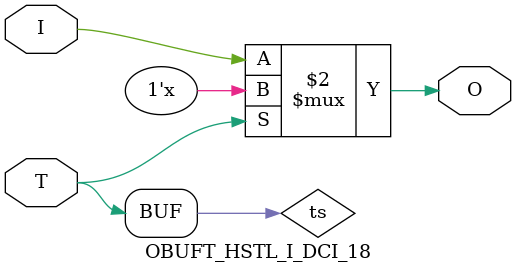
<source format=v>

/*

FUNCTION    : TRI-STATE OUTPUT BUFFER

*/

`celldefine
`timescale  100 ps / 10 ps

module OBUFT_HSTL_I_DCI_18 (O, I, T);

    output O;

    input  I, T;

    or O1 (ts, 1'b0, T);
    bufif0 T1 (O, I, ts);

endmodule

</source>
